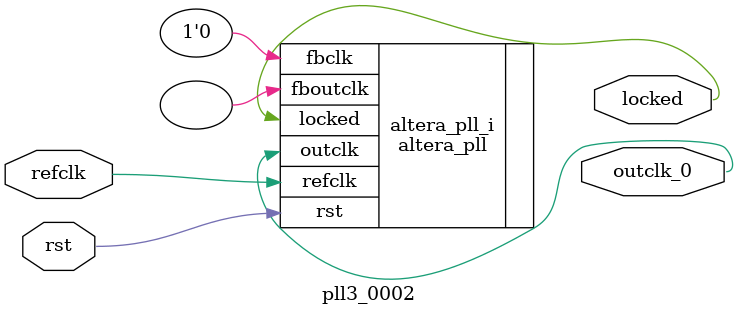
<source format=v>
`timescale 1ns/10ps
module  pll3_0002(

	// interface 'refclk'
	input wire refclk,

	// interface 'reset'
	input wire rst,

	// interface 'outclk0'
	output wire outclk_0,

	// interface 'locked'
	output wire locked
);

	altera_pll #(
		.fractional_vco_multiplier("false"),
		.reference_clock_frequency("50.0 MHz"),
		.operation_mode("direct"),
		.number_of_clocks(1),
		.output_clock_frequency0("12.288135 MHz"),
		.phase_shift0("0 ps"),
		.duty_cycle0(50),
		.output_clock_frequency1("0 MHz"),
		.phase_shift1("0 ps"),
		.duty_cycle1(50),
		.output_clock_frequency2("0 MHz"),
		.phase_shift2("0 ps"),
		.duty_cycle2(50),
		.output_clock_frequency3("0 MHz"),
		.phase_shift3("0 ps"),
		.duty_cycle3(50),
		.output_clock_frequency4("0 MHz"),
		.phase_shift4("0 ps"),
		.duty_cycle4(50),
		.output_clock_frequency5("0 MHz"),
		.phase_shift5("0 ps"),
		.duty_cycle5(50),
		.output_clock_frequency6("0 MHz"),
		.phase_shift6("0 ps"),
		.duty_cycle6(50),
		.output_clock_frequency7("0 MHz"),
		.phase_shift7("0 ps"),
		.duty_cycle7(50),
		.output_clock_frequency8("0 MHz"),
		.phase_shift8("0 ps"),
		.duty_cycle8(50),
		.output_clock_frequency9("0 MHz"),
		.phase_shift9("0 ps"),
		.duty_cycle9(50),
		.output_clock_frequency10("0 MHz"),
		.phase_shift10("0 ps"),
		.duty_cycle10(50),
		.output_clock_frequency11("0 MHz"),
		.phase_shift11("0 ps"),
		.duty_cycle11(50),
		.output_clock_frequency12("0 MHz"),
		.phase_shift12("0 ps"),
		.duty_cycle12(50),
		.output_clock_frequency13("0 MHz"),
		.phase_shift13("0 ps"),
		.duty_cycle13(50),
		.output_clock_frequency14("0 MHz"),
		.phase_shift14("0 ps"),
		.duty_cycle14(50),
		.output_clock_frequency15("0 MHz"),
		.phase_shift15("0 ps"),
		.duty_cycle15(50),
		.output_clock_frequency16("0 MHz"),
		.phase_shift16("0 ps"),
		.duty_cycle16(50),
		.output_clock_frequency17("0 MHz"),
		.phase_shift17("0 ps"),
		.duty_cycle17(50),
		.pll_type("General"),
		.pll_subtype("General")
	) altera_pll_i (
		.rst	(rst),
		.outclk	({outclk_0}),
		.locked	(locked),
		.fboutclk	( ),
		.fbclk	(1'b0),
		.refclk	(refclk)
	);
endmodule


</source>
